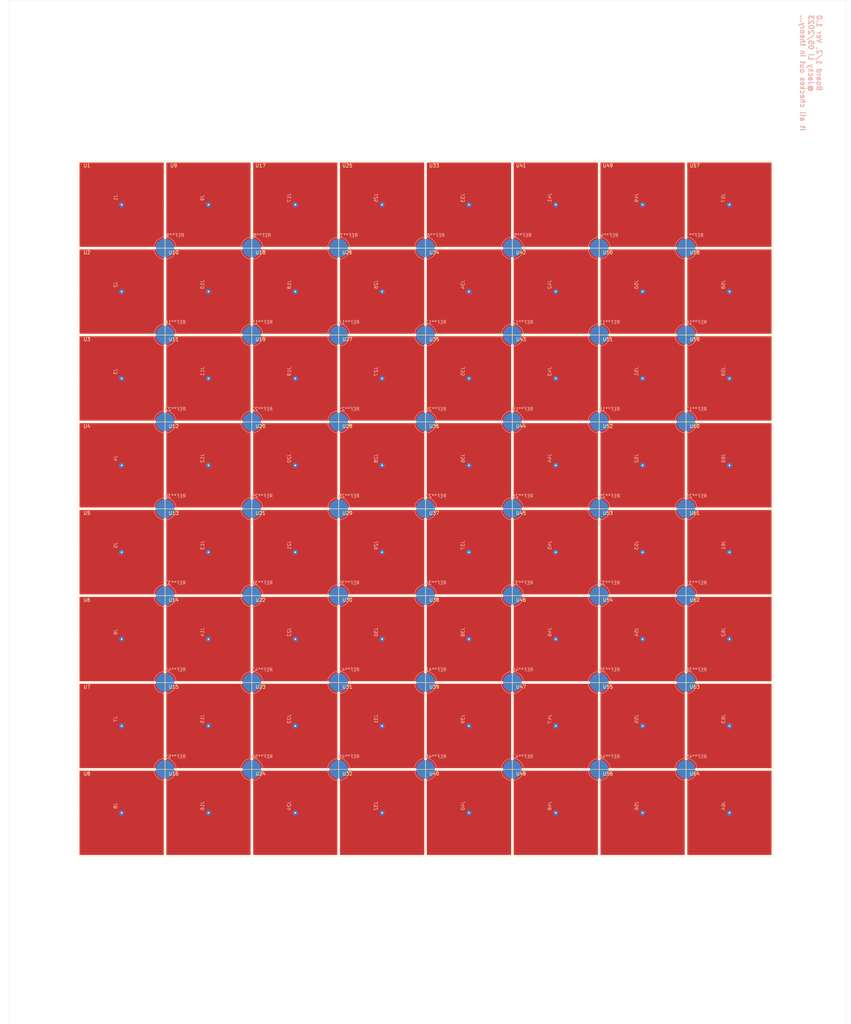
<source format=kicad_pcb>
(kicad_pcb (version 20221018) (generator pcbnew)
  (layers (0 "F.Cu" signal) (31 "B.Cu" signal) (34 "B.Paste" user) (35 "F.Paste" user) (36 "B.SilkS" user "B.Silkscreen") (37 "F.SilkS" user "F.Silkscreen") (38 "B.Mask" user) (39 "F.Mask" user) (44 "Edge.Cuts" user))
  (net 0 "")
  (net 1 "/a1")
  (net 2 "/a2")
  (net 3 "/a3")
  (net 4 "/a4")
  (net 5 "/a5")
  (net 6 "/a6")
  (net 7 "/a7")
  (net 8 "/a8")
  (net 9 "/b1")
  (net 10 "/b2")
  (net 11 "/b3")
  (net 12 "/b4")
  (net 13 "/b5")
  (net 14 "/b6")
  (net 15 "/b7")
  (net 16 "/b8")
  (net 17 "/c1")
  (net 18 "/c2")
  (net 19 "/c3")
  (net 20 "/c4")
  (net 21 "/c5")
  (net 22 "/c6")
  (net 23 "/c7")
  (net 24 "/c8")
  (net 25 "/d1")
  (net 26 "/d2")
  (net 27 "/d3")
  (net 28 "/d4")
  (net 29 "/d5")
  (net 30 "/d6")
  (net 31 "/d7")
  (net 32 "/d8")
  (net 33 "/e1")
  (net 34 "/e2")
  (net 35 "/e3")
  (net 36 "/e4")
  (net 37 "/e5")
  (net 38 "/e6")
  (net 39 "/e7")
  (net 40 "/e8")
  (net 41 "/f1")
  (net 42 "/f2")
  (net 43 "/f3")
  (net 44 "/f4")
  (net 45 "/f5")
  (net 46 "/f6")
  (net 47 "/f7")
  (net 48 "/f8")
  (net 49 "/g1")
  (net 50 "/g2")
  (net 51 "/g3")
  (net 52 "/g4")
  (net 53 "/g5")
  (net 54 "/g6")
  (net 55 "/g7")
  (net 56 "/g8")
  (net 57 "/h1")
  (net 58 "/h2")
  (net 59 "/h3")
  (net 60 "/h4")
  (net 61 "/h5")
  (net 62 "/h6")
  (net 63 "/h7")
  (net 64 "/h8")
  (footprint "AnodePads:anode_square_pad_no_hole" (layer "F.Cu") (at 321.751479 240.5161)
    (fp_text reference "U45" (at -10.16 -11.43) (layer "F.SilkS"))
    (fp_text value "anode_pad")
    (pad "1" connect rect (at 0 0) (size 24.638 24.638) (layers "F.Cu") (net 45 "/f5"))
  )
  (footprint "AnodePads:anode_square_pad_no_hole" (layer "F.Cu") (at 296.351479 138.9161)
    (fp_text reference "U33" (at -10.16 -11.43) (layer "F.SilkS"))
    (fp_text value "anode_pad")
    (pad "1" connect rect (at 0 0) (size 24.638 24.638) (layers "F.Cu") (net 33 "/e1"))
  )
  (footprint "AnodePads:anode_square_pad_no_hole" (layer "F.Cu") (at 321.751479 189.7161)
    (fp_text reference "U43" (at -10.16 -11.43) (layer "F.SilkS"))
    (fp_text value "anode_pad")
    (pad "1" connect rect (at 0 0) (size 24.638 24.638) (layers "F.Cu") (net 43 "/f3"))
  )
  (footprint "AnodePads:anode_square_pad_no_hole" (layer "F.Cu") (at 245.551479 164.3161)
    (fp_text reference "U18" (at -10.16 -11.43) (layer "F.SilkS"))
    (fp_text value "anode_pad")
    (pad "1" connect rect (at 0 0) (size 24.638 24.638) (layers "F.Cu") (net 18 "/c2"))
  )
  (footprint "AnodePads:anode_square_pad_no_hole" (layer "F.Cu") (at 270.951479 316.7161)
    (fp_text reference "U32" (at -10.16 -11.43) (layer "F.SilkS"))
    (fp_text value "anode_pad")
    (pad "1" connect rect (at 0 0) (size 24.638 24.638) (layers "F.Cu") (net 32 "/d8"))
  )
  (footprint "AnodePads:anode_square_pad_no_hole" (layer "F.Cu") (at 347.151479 215.1161)
    (fp_text reference "U52" (at -10.16 -11.43) (layer "F.SilkS"))
    (fp_text value "anode_pad")
    (pad "1" connect rect (at 0 0) (size 24.638 24.638) (layers "F.Cu") (net 52 "/g4"))
  )
  (footprint "AnodePads:anode_square_pad_no_hole" (layer "F.Cu") (at 296.351479 240.5161)
    (fp_text reference "U37" (at -10.16 -11.43) (layer "F.SilkS"))
    (fp_text value "anode_pad")
    (pad "1" connect rect (at 0 0) (size 24.638 24.638) (layers "F.Cu") (net 37 "/e5"))
  )
  (footprint "AnodePads:anode_square_pad_no_hole" (layer "F.Cu") (at 372.551479 138.9161)
    (fp_text reference "U57" (at -10.16 -11.43) (layer "F.SilkS"))
    (fp_text value "anode_pad")
    (pad "1" connect rect (at 0 0) (size 24.638 24.638) (layers "F.Cu") (net 57 "/h1"))
  )
  (footprint "AnodePads:anode_square_pad_no_hole" (layer "F.Cu") (at 194.751479 164.3161)
    (fp_text reference "U2" (at -10.16 -11.43) (layer "F.SilkS"))
    (fp_text value "anode_pad")
    (pad "1" connect rect (at 0 0) (size 24.638 24.638) (layers "F.Cu") (net 2 "/a2"))
  )
  (footprint "AnodePads:anode_square_pad_no_hole" (layer "F.Cu") (at 270.951479 164.3161)
    (fp_text reference "U26" (at -10.16 -11.43) (layer "F.SilkS"))
    (fp_text value "anode_pad")
    (pad "1" connect rect (at 0 0) (size 24.638 24.638) (layers "F.Cu") (net 26 "/d2"))
  )
  (footprint "AnodePads:anode_square_pad_no_hole" (layer "F.Cu") (at 194.751479 240.5161)
    (fp_text reference "U5" (at -10.16 -11.43) (layer "F.SilkS"))
    (fp_text value "anode_pad")
    (pad "1" connect rect (at 0 0) (size 24.638 24.638) (layers "F.Cu") (net 5 "/a5"))
  )
  (footprint "AnodePads:anode_square_pad_no_hole" (layer "F.Cu") (at 347.151479 316.7161)
    (fp_text reference "U56" (at -10.16 -11.43) (layer "F.SilkS"))
    (fp_text value "anode_pad")
    (pad "1" connect rect (at 0 0) (size 24.638 24.638) (layers "F.Cu") (net 56 "/g8"))
  )
  (footprint "AnodePads:anode_square_pad_no_hole" (layer "F.Cu") (at 372.551479 164.3161)
    (fp_text reference "U58" (at -10.16 -11.43) (layer "F.SilkS"))
    (fp_text value "anode_pad")
    (pad "1" connect rect (at 0 0) (size 24.638 24.638) (layers "F.Cu") (net 58 "/h2"))
  )
  (footprint "AnodePads:anode_square_pad_no_hole" (layer "F.Cu") (at 245.551479 291.3161)
    (fp_text reference "U23" (at -10.16 -11.43) (layer "F.SilkS"))
    (fp_text value "anode_pad")
    (pad "1" connect rect (at 0 0) (size 24.638 24.638) (layers "F.Cu") (net 23 "/c7"))
  )
  (footprint "AnodePads:anode_square_pad_no_hole" (layer "F.Cu") (at 296.351479 189.7161)
    (fp_text reference "U35" (at -10.16 -11.43) (layer "F.SilkS"))
    (fp_text value "anode_pad")
    (pad "1" connect rect (at 0 0) (size 24.638 24.638) (layers "F.Cu") (net 35 "/e3"))
  )
  (footprint "AnodePads:anode_square_pad_no_hole" (layer "F.Cu") (at 245.551479 240.5161)
    (fp_text reference "U21" (at -10.16 -11.43) (layer "F.SilkS"))
    (fp_text value "anode_pad")
    (pad "1" connect rect (at 0 0) (size 24.638 24.638) (layers "F.Cu") (net 21 "/c5"))
  )
  (footprint "AnodePads:anode_square_pad_no_hole" (layer "F.Cu") (at 270.951479 189.7161)
    (fp_text reference "U27" (at -10.16 -11.43) (layer "F.SilkS"))
    (fp_text value "anode_pad")
    (pad "1" connect rect (at 0 0) (size 24.638 24.638) (layers "F.Cu") (net 27 "/d3"))
  )
  (footprint "AnodePads:anode_square_pad_no_hole" (layer "F.Cu") (at 321.751479 316.7161)
    (fp_text reference "U48" (at -10.16 -11.43) (layer "F.SilkS"))
    (fp_text value "anode_pad")
    (pad "1" connect rect (at 0 0) (size 24.638 24.638) (layers "F.Cu") (net 48 "/f8"))
  )
  (footprint "AnodePads:anode_square_pad_no_hole" (layer "F.Cu") (at 296.351479 265.9161)
    (fp_text reference "U38" (at -10.16 -11.43) (layer "F.SilkS"))
    (fp_text value "anode_pad")
    (pad "1" connect rect (at 0 0) (size 24.638 24.638) (layers "F.Cu") (net 38 "/e6"))
  )
  (footprint "AnodePads:anode_square_pad_no_hole" (layer "F.Cu") (at 220.151479 291.3161)
    (fp_text reference "U15" (at -10.16 -11.43) (layer "F.SilkS"))
    (fp_text value "anode_pad")
    (pad "1" connect rect (at 0 0) (size 24.638 24.638) (layers "F.Cu") (net 15 "/b7"))
  )
  (footprint "AnodePads:anode_square_pad_no_hole" (layer "F.Cu") (at 321.751479 215.1161)
    (fp_text reference "U44" (at -10.16 -11.43) (layer "F.SilkS"))
    (fp_text value "anode_pad")
    (pad "1" connect rect (at 0 0) (size 24.638 24.638) (layers "F.Cu") (net 44 "/f4"))
  )
  (footprint "AnodePads:anode_square_pad_no_hole" (layer "F.Cu") (at 270.951479 138.9161)
    (fp_text reference "U25" (at -10.16 -11.43) (layer "F.SilkS"))
    (fp_text value "anode_pad")
    (pad "1" connect rect (at 0 0) (size 24.638 24.638) (layers "F.Cu") (net 25 "/d1"))
  )
  (footprint "AnodePads:anode_square_pad_no_hole" (layer "F.Cu") (at 372.551479 189.7161)
    (fp_text reference "U59" (at -10.16 -11.43) (layer "F.SilkS"))
    (fp_text value "anode_pad")
    (pad "1" connect rect (at 0 0) (size 24.638 24.638) (layers "F.Cu") (net 59 "/h3"))
  )
  (footprint "AnodePads:anode_square_pad_no_hole" (layer "F.Cu") (at 372.551479 265.9161)
    (fp_text reference "U62" (at -10.16 -11.43) (layer "F.SilkS"))
    (fp_text value "anode_pad")
    (pad "1" connect rect (at 0 0) (size 24.638 24.638) (layers "F.Cu") (net 62 "/h6"))
  )
  (footprint "AnodePads:anode_square_pad_no_hole" (layer "F.Cu") (at 296.351479 215.1161)
    (fp_text reference "U36" (at -10.16 -11.43) (layer "F.SilkS"))
    (fp_text value "anode_pad")
    (pad "1" connect rect (at 0 0) (size 24.638 24.638) (layers "F.Cu") (net 36 "/e4"))
  )
  (footprint "AnodePads:anode_square_pad_no_hole" (layer "F.Cu") (at 347.151479 138.9161)
    (fp_text reference "U49" (at -10.16 -11.43) (layer "F.SilkS"))
    (fp_text value "anode_pad")
    (pad "1" connect rect (at 0 0) (size 24.638 24.638) (layers "F.Cu") (net 49 "/g1"))
  )
  (footprint "AnodePads:anode_square_pad_no_hole" (layer "F.Cu") (at 372.551479 215.1161)
    (fp_text reference "U60" (at -10.16 -11.43) (layer "F.SilkS"))
    (fp_text value "anode_pad")
    (pad "1" connect rect (at 0 0) (size 24.638 24.638) (layers "F.Cu") (net 60 "/h4"))
  )
  (footprint "AnodePads:anode_square_pad_no_hole" (layer "F.Cu") (at 321.751479 138.9161)
    (fp_text reference "U41" (at -10.16 -11.43) (layer "F.SilkS"))
    (fp_text value "anode_pad")
    (pad "1" connect rect (at 0 0) (size 24.638 24.638) (layers "F.Cu") (net 41 "/f1"))
  )
  (footprint "AnodePads:anode_square_pad_no_hole" (layer "F.Cu") (at 194.751479 215.1161)
    (fp_text reference "U4" (at -10.16 -11.43) (layer "F.SilkS"))
    (fp_text value "anode_pad")
    (pad "1" connect rect (at 0 0) (size 24.638 24.638) (layers "F.Cu") (net 4 "/a4"))
  )
  (footprint "AnodePads:anode_square_pad_no_hole" (layer "F.Cu") (at 372.551479 291.3161)
    (fp_text reference "U63" (at -10.16 -11.43) (layer "F.SilkS"))
    (fp_text value "anode_pad")
    (pad "1" connect rect (at 0 0) (size 24.638 24.638) (layers "F.Cu") (net 63 "/h7"))
  )
  (footprint "AnodePads:anode_square_pad_no_hole" (layer "F.Cu") (at 270.951479 215.1161)
    (fp_text reference "U28" (at -10.16 -11.43) (layer "F.SilkS"))
    (fp_text value "anode_pad")
    (pad "1" connect rect (at 0 0) (size 24.638 24.638) (layers "F.Cu") (net 28 "/d4"))
  )
  (footprint "AnodePads:anode_square_pad_no_hole" (layer "F.Cu") (at 220.151479 215.1161)
    (fp_text reference "U12" (at -10.16 -11.43) (layer "F.SilkS"))
    (fp_text value "anode_pad")
    (pad "1" connect rect (at 0 0) (size 24.638 24.638) (layers "F.Cu") (net 12 "/b4"))
  )
  (footprint "AnodePads:anode_square_pad_no_hole" (layer "F.Cu") (at 270.951479 240.5161)
    (fp_text reference "U29" (at -10.16 -11.43) (layer "F.SilkS"))
    (fp_text value "anode_pad")
    (pad "1" connect rect (at 0 0) (size 24.638 24.638) (layers "F.Cu") (net 29 "/d5"))
  )
  (footprint "AnodePads:anode_square_pad_no_hole" (layer "F.Cu") (at 321.751479 164.3161)
    (fp_text reference "U42" (at -10.16 -11.43) (layer "F.SilkS"))
    (fp_text value "anode_pad")
    (pad "1" connect rect (at 0 0) (size 24.638 24.638) (layers "F.Cu") (net 42 "/f2"))
  )
  (footprint "AnodePads:anode_square_pad_no_hole" (layer "F.Cu") (at 245.551479 316.7161)
    (fp_text reference "U24" (at -10.16 -11.43) (layer "F.SilkS"))
    (fp_text value "anode_pad")
    (pad "1" connect rect (at 0 0) (size 24.638 24.638) (layers "F.Cu") (net 24 "/c8"))
  )
  (footprint "AnodePads:anode_square_pad_no_hole" (layer "F.Cu") (at 220.151479 265.9161)
    (fp_text reference "U14" (at -10.16 -11.43) (layer "F.SilkS"))
    (fp_text value "anode_pad")
    (pad "1" connect rect (at 0 0) (size 24.638 24.638) (layers "F.Cu") (net 14 "/b6"))
  )
  (footprint "AnodePads:anode_square_pad_no_hole" (layer "F.Cu") (at 372.551479 316.7161)
    (fp_text reference "U64" (at -10.16 -11.43) (layer "F.SilkS"))
    (fp_text value "anode_pad")
    (pad "1" connect rect (at 0 0) (size 24.638 24.638) (layers "F.Cu") (net 64 "/h8"))
  )
  (footprint "AnodePads:anode_square_pad_no_hole" (layer "F.Cu") (at 270.951479 291.3161)
    (fp_text reference "U31" (at -10.16 -11.43) (layer "F.SilkS"))
    (fp_text value "anode_pad")
    (pad "1" connect rect (at 0 0) (size 24.638 24.638) (layers "F.Cu") (net 31 "/d7"))
  )
  (footprint "AnodePads:anode_square_pad_no_hole" (layer "F.Cu") (at 245.551479 215.1161)
    (fp_text reference "U20" (at -10.16 -11.43) (layer "F.SilkS"))
    (fp_text value "anode_pad")
    (pad "1" connect rect (at 0 0) (size 24.638 24.638) (layers "F.Cu") (net 20 "/c4"))
  )
  (footprint "AnodePads:anode_square_pad_no_hole" (layer "F.Cu") (at 347.151479 291.3161)
    (fp_text reference "U55" (at -10.16 -11.43) (layer "F.SilkS"))
    (fp_text value "anode_pad")
    (pad "1" connect rect (at 0 0) (size 24.638 24.638) (layers "F.Cu") (net 55 "/g7"))
  )
  (footprint "AnodePads:anode_square_pad_no_hole" (layer "F.Cu") (at 220.151479 138.9161)
    (fp_text reference "U9" (at -10.16 -11.43) (layer "F.SilkS"))
    (fp_text value "anode_pad")
    (pad "1" connect rect (at 0 0) (size 24.638 24.638) (layers "F.Cu") (net 9 "/b1"))
  )
  (footprint "AnodePads:anode_square_pad_no_hole" (layer "F.Cu") (at 321.751479 265.9161)
    (fp_text reference "U46" (at -10.16 -11.43) (layer "F.SilkS"))
    (fp_text value "anode_pad")
    (pad "1" connect rect (at 0 0) (size 24.638 24.638) (layers "F.Cu") (net 46 "/f6"))
  )
  (footprint "AnodePads:anode_square_pad_no_hole" (layer "F.Cu") (at 347.151479 265.9161)
    (fp_text reference "U54" (at -10.16 -11.43) (layer "F.SilkS"))
    (fp_text value "anode_pad")
    (pad "1" connect rect (at 0 0) (size 24.638 24.638) (layers "F.Cu") (net 54 "/g6"))
  )
  (footprint "AnodePads:anode_square_pad_no_hole" (layer "F.Cu") (at 194.751479 138.9161)
    (fp_text reference "U1" (at -10.16 -11.43) (layer "F.SilkS"))
    (fp_text value "anode_pad")
    (pad "1" connect rect (at 0 0) (size 24.638 24.638) (layers "F.Cu") (net 1 "/a1"))
  )
  (footprint "AnodePads:anode_square_pad_no_hole" (layer "F.Cu") (at 194.751479 265.9161)
    (fp_text reference "U6" (at -10.16 -11.43) (layer "F.SilkS"))
    (fp_text value "anode_pad")
    (pad "1" connect rect (at 0 0) (size 24.638 24.638) (layers "F.Cu") (net 6 "/a6"))
  )
  (footprint "AnodePads:anode_square_pad_no_hole" (layer "F.Cu") (at 296.351479 291.3161)
    (fp_text reference "U39" (at -10.16 -11.43) (layer "F.SilkS"))
    (fp_text value "anode_pad")
    (pad "1" connect rect (at 0 0) (size 24.638 24.638) (layers "F.Cu") (net 39 "/e7"))
  )
  (footprint "AnodePads:anode_square_pad_no_hole" (layer "F.Cu") (at 220.151479 189.7161)
    (fp_text reference "U11" (at -10.16 -11.43) (layer "F.SilkS"))
    (fp_text value "anode_pad")
    (pad "1" connect rect (at 0 0) (size 24.638 24.638) (layers "F.Cu") (net 11 "/b3"))
  )
  (footprint "AnodePads:anode_square_pad_no_hole" (layer "F.Cu") (at 321.751479 291.3161)
    (fp_text reference "U47" (at -10.16 -11.43) (layer "F.SilkS"))
    (fp_text value "anode_pad")
    (pad "1" connect rect (at 0 0) (size 24.638 24.638) (layers "F.Cu") (net 47 "/f7"))
  )
  (footprint "AnodePads:anode_square_pad_no_hole" (layer "F.Cu") (at 220.151479 316.7161)
    (fp_text reference "U16" (at -10.16 -11.43) (layer "F.SilkS"))
    (fp_text value "anode_pad")
    (pad "1" connect rect (at 0 0) (size 24.638 24.638) (layers "F.Cu") (net 16 "/b8"))
  )
  (footprint "AnodePads:anode_square_pad_no_hole" (layer "F.Cu") (at 270.951479 265.9161)
    (fp_text reference "U30" (at -10.16 -11.43) (layer "F.SilkS"))
    (fp_text value "anode_pad")
    (pad "1" connect rect (at 0 0) (size 24.638 24.638) (layers "F.Cu") (net 30 "/d6"))
  )
  (footprint "AnodePads:anode_square_pad_no_hole" (layer "F.Cu") (at 347.151479 189.7161)
    (fp_text reference "U51" (at -10.16 -11.43) (layer "F.SilkS"))
    (fp_text value "anode_pad")
    (pad "1" connect rect (at 0 0) (size 24.638 24.638) (layers "F.Cu") (net 51 "/g3"))
  )
  (footprint "AnodePads:anode_square_pad_no_hole" (layer "F.Cu") (at 372.551479 240.5161)
    (fp_text reference "U61" (at -10.16 -11.43) (layer "F.SilkS"))
    (fp_text value "anode_pad")
    (pad "1" connect rect (at 0 0) (size 24.638 24.638) (layers "F.Cu") (net 61 "/h5"))
  )
  (footprint "AnodePads:anode_square_pad_no_hole" (layer "F.Cu") (at 347.151479 164.3161)
    (fp_text reference "U50" (at -10.16 -11.43) (layer "F.SilkS"))
    (fp_text value "anode_pad")
    (pad "1" connect rect (at 0 0) (size 24.638 24.638) (layers "F.Cu") (net 50 "/g2"))
  )
  (footprint "AnodePads:anode_square_pad_no_hole" (layer "F.Cu") (at 194.751479 316.7161)
    (fp_text reference "U8" (at -10.16 -11.43) (layer "F.SilkS"))
    (fp_text value "anode_pad")
    (pad "1" connect rect (at 0 0) (size 24.638 24.638) (layers "F.Cu") (net 8 "/a8"))
  )
  (footprint "AnodePads:anode_square_pad_no_hole" (layer "F.Cu") (at 245.551479 265.9161)
    (fp_text reference "U22" (at -10.16 -11.43) (layer "F.SilkS"))
    (fp_text value "anode_pad")
    (pad "1" connect rect (at 0 0) (size 24.638 24.638) (layers "F.Cu") (net 22 "/c6"))
  )
  (footprint "AnodePads:anode_square_pad_no_hole" (layer "F.Cu") (at 194.751479 189.7161)
    (fp_text reference "U3" (at -10.16 -11.43) (layer "F.SilkS"))
    (fp_text value "anode_pad")
    (pad "1" connect rect (at 0 0) (size 24.638 24.638) (layers "F.Cu") (net 3 "/a3"))
  )
  (footprint "AnodePads:anode_square_pad_no_hole" (layer "F.Cu") (at 220.151479 164.3161)
    (fp_text reference "U10" (at -10.16 -11.43) (layer "F.SilkS"))
    (fp_text value "anode_pad")
    (pad "1" connect rect (at 0 0) (size 24.638 24.638) (layers "F.Cu") (net 10 "/b2"))
  )
  (footprint "AnodePads:anode_square_pad_no_hole" (layer "F.Cu") (at 296.351479 316.7161)
    (fp_text reference "U40" (at -10.16 -11.43) (layer "F.SilkS"))
    (fp_text value "anode_pad")
    (pad "1" connect rect (at 0 0) (size 24.638 24.638) (layers "F.Cu") (net 40 "/e8"))
  )
  (footprint "AnodePads:anode_square_pad_no_hole" (layer "F.Cu") (at 220.151479 240.5161)
    (fp_text reference "U13" (at -10.16 -11.43) (layer "F.SilkS"))
    (fp_text value "anode_pad")
    (pad "1" connect rect (at 0 0) (size 24.638 24.638) (layers "F.Cu") (net 13 "/b5"))
  )
  (footprint "AnodePads:anode_square_pad_no_hole" (layer "F.Cu") (at 245.551479 138.9161)
    (fp_text reference "U17" (at -10.16 -11.43) (layer "F.SilkS"))
    (fp_text value "anode_pad")
    (pad "1" connect rect (at 0 0) (size 24.638 24.638) (layers "F.Cu") (net 17 "/c1"))
  )
  (footprint "AnodePads:anode_square_pad_no_hole" (layer "F.Cu") (at 347.151479 240.5161)
    (fp_text reference "U53" (at -10.16 -11.43) (layer "F.SilkS"))
    (fp_text value "anode_pad")
    (pad "1" connect rect (at 0 0) (size 24.638 24.638) (layers "F.Cu") (net 53 "/g5"))
  )
  (footprint "AnodePads:anode_square_pad_no_hole" (layer "F.Cu") (at 194.751479 291.3161)
    (fp_text reference "U7" (at -10.16 -11.43) (layer "F.SilkS"))
    (fp_text value "anode_pad")
    (pad "1" connect rect (at 0 0) (size 24.638 24.638) (layers "F.Cu") (net 7 "/a7"))
  )
  (footprint "AnodePads:anode_square_pad_no_hole" (layer "F.Cu") (at 296.351479 164.3161)
    (fp_text reference "U34" (at -10.16 -11.43) (layer "F.SilkS"))
    (fp_text value "anode_pad")
    (pad "1" connect rect (at 0 0) (size 24.638 24.638) (layers "F.Cu") (net 34 "/e2"))
  )
  (footprint "AnodePads:anode_square_pad_no_hole" (layer "F.Cu") (at 245.551479 189.7161)
    (fp_text reference "U19" (at -10.16 -11.43) (layer "F.SilkS"))
    (fp_text value "anode_pad")
    (pad "1" connect rect (at 0 0) (size 24.638 24.638) (layers "F.Cu") (net 19 "/c3"))
  )
  (footprint "AnodePads:Standoff_mount_5.5D" (layer "B.Cu") (at 207.451479 202.4161 180)
    (fp_text reference "REF**23" (at -3 3.75 unlocked) (layer "B.SilkS") (effects (justify mirror)))
    (fp_text value "Standoff_mount_5.5D")
    (pad "1" smd circle (at 0 0 180) (size 5.5 5.5) (layers "B.Cu" "B.Paste" "B.Mask"))
  )
  (footprint "AnodePads:Standoff_mount_5.5D" (layer "B.Cu") (at 359.851479 304.0161 180)
    (fp_text reference "REF**45" (at -3 3.75 unlocked) (layer "B.SilkS") (effects (justify mirror)))
    (fp_text value "Standoff_mount_5.5D")
    (pad "1" smd circle (at 0 0 180) (size 5.5 5.5) (layers "B.Cu" "B.Paste" "B.Mask"))
  )
  (footprint "AnodePads:Standoff_mount_5.5D" (layer "B.Cu") (at 258.251479 202.4161 180)
    (fp_text reference "REF**21" (at -3 3.75 unlocked) (layer "B.SilkS") (effects (justify mirror)))
    (fp_text value "Standoff_mount_5.5D")
    (pad "1" smd circle (at 0 0 180) (size 5.5 5.5) (layers "B.Cu" "B.Paste" "B.Mask"))
  )
  (footprint "AnodePads:PogoPinWithTail" (layer "B.Cu") (at 270.951479 189.7161 -90)
    (fp_text reference "J27" (at -2.032 1.778 90 unlocked) (layer "B.SilkS") (effects (justify mirror)))
    (fp_text value "Conn_01x01_Pin")
    (pad "1" thru_hole circle (at 0 0 270) (size 0.85 0.85) (drill 0.45) (layers "*.Cu") (net 27 "/d3"))
    (pad "1" smd circle (at 0 0 270) (size 1.5 1.5) (layers "B.Cu" "B.Paste" "B.Mask") (net 27 "/d3"))
  )
  (footprint "AnodePads:PogoPinWithTail" (layer "B.Cu") (at 321.751479 291.3161 -90)
    (fp_text reference "J47" (at -2.032 1.778 90 unlocked) (layer "B.SilkS") (effects (justify mirror)))
    (fp_text value "Conn_01x01_Pin")
    (pad "1" thru_hole circle (at 0 0 270) (size 0.85 0.85) (drill 0.45) (layers "*.Cu") (net 47 "/f7"))
    (pad "1" smd circle (at 0 0 270) (size 1.5 1.5) (layers "B.Cu" "B.Paste" "B.Mask") (net 47 "/f7"))
  )
  (footprint "AnodePads:Standoff_mount_5.5D" (layer "B.Cu") (at 283.651479 253.2161 180)
    (fp_text reference "REF**34" (at -3 3.75 unlocked) (layer "B.SilkS") (effects (justify mirror)))
    (fp_text value "Standoff_mount_5.5D")
    (pad "1" smd circle (at 0 0 180) (size 5.5 5.5) (layers "B.Cu" "B.Paste" "B.Mask"))
  )
  (footprint "AnodePads:Standoff_mount_5.5D" (layer "B.Cu") (at 283.651479 304.0161 180)
    (fp_text reference "REF**48" (at -3 3.75 unlocked) (layer "B.SilkS") (effects (justify mirror)))
    (fp_text value "Standoff_mount_5.5D")
    (pad "1" smd circle (at 0 0 180) (size 5.5 5.5) (layers "B.Cu" "B.Paste" "B.Mask"))
  )
  (footprint "" (layer "B.Cu") (at 325.134558 107.79325 180)
    (fp_text reference "" (at 0 0) (layer "B.SilkS") (effects (font (size 1.27 1.27)) (justify mirror)))
    (fp_text value "" (at 0 0) (layer "B.SilkS") (effects (font (size 1.27 1.27)) (justify mirror)))
    (pad "" np_thru_hole circle (at 0 0 180) (size 2.5 2.5) (drill 2.5) (layers "*.Cu" "*.Mask"))
  )
  (footprint "AnodePads:PogoPinWithTail" (layer "B.Cu") (at 220.151479 164.3161 -90)
    (fp_text reference "J10" (at -2.032 1.778 90 unlocked) (layer "B.SilkS") (effects (justify mirror)))
    (fp_text value "Conn_01x01_Pin")
    (pad "1" thru_hole circle (at 0 0 270) (size 0.85 0.85) (drill 0.45) (layers "*.Cu") (net 10 "/b2"))
    (pad "1" smd circle (at 0 0 270) (size 1.5 1.5) (layers "B.Cu" "B.Paste" "B.Mask") (net 10 "/b2"))
  )
  (footprint "AnodePads:PogoPinWithTail" (layer "B.Cu") (at 321.751479 138.9161 -90)
    (fp_text reference "J41" (at -2.032 1.778 90 unlocked) (layer "B.SilkS") (effects (justify mirror)))
    (fp_text value "Conn_01x01_Pin")
    (pad "1" thru_hole circle (at 0 0 270) (size 0.85 0.85) (drill 0.45) (layers "*.Cu") (net 41 "/f1"))
    (pad "1" smd circle (at 0 0 270) (size 1.5 1.5) (layers "B.Cu" "B.Paste" "B.Mask") (net 41 "/f1"))
  )
  (footprint "MountingHole:MountingHole_2.2mm_M2" (layer "B.Cu") (at 168.651479 337.8161 180)
    (fp_text reference "REF**2" hide)
    (fp_text value "MountingHole_2.2mm_M2")
    (pad "" np_thru_hole circle (at 0 0 180) (size 5 5) (drill 5) (layers "*.Cu" "*.Mask"))
  )
  (footprint "AnodePads:PogoPinWithTail" (layer "B.Cu") (at 220.151479 291.3161 -90)
    (fp_text reference "J15" (at -2.032 1.778 90 unlocked) (layer "B.SilkS") (effects (justify mirror)))
    (fp_text value "Conn_01x01_Pin")
    (pad "1" thru_hole circle (at 0 0 270) (size 0.85 0.85) (drill 0.45) (layers "*.Cu") (net 15 "/b7"))
    (pad "1" smd circle (at 0 0 270) (size 1.5 1.5) (layers "B.Cu" "B.Paste" "B.Mask") (net 15 "/b7"))
  )
  (footprint "AnodePads:PogoPinWithTail" (layer "B.Cu") (at 194.751479 215.1161 -90)
    (fp_text reference "J4" (at -2.032 1.778 90 unlocked) (layer "B.SilkS") (effects (justify mirror)))
    (fp_text value "Conn_01x01_Pin")
    (pad "1" thru_hole circle (at 0 0 270) (size 0.85 0.85) (drill 0.45) (layers "*.Cu") (net 4 "/a4"))
    (pad "1" smd circle (at 0 0 270) (size 1.5 1.5) (layers "B.Cu" "B.Paste" "B.Mask") (net 4 "/a4"))
  )
  (footprint "AnodePads:PogoPinWithTail" (layer "B.Cu") (at 296.351479 265.9161 -90)
    (fp_text reference "J38" (at -2.032 1.778 90 unlocked) (layer "B.SilkS") (effects (justify mirror)))
    (fp_text value "Conn_01x01_Pin")
    (pad "1" thru_hole circle (at 0 0 270) (size 0.85 0.85) (drill 0.45) (layers "*.Cu") (net 38 "/e6"))
    (pad "1" smd circle (at 0 0 270) (size 1.5 1.5) (layers "B.Cu" "B.Paste" "B.Mask") (net 38 "/e6"))
  )
  (footprint "AnodePads:PogoPinWithTail" (layer "B.Cu") (at 270.951479 215.1161 -90)
    (fp_text reference "J28" (at -2.032 1.778 90 unlocked) (layer "B.SilkS") (effects (justify mirror)))
    (fp_text value "Conn_01x01_Pin")
    (pad "1" thru_hole circle (at 0 0 270) (size 0.85 0.85) (drill 0.45) (layers "*.Cu") (net 28 "/d4"))
    (pad "1" smd circle (at 0 0 270) (size 1.5 1.5) (layers "B.Cu" "B.Paste" "B.Mask") (net 28 "/d4"))
  )
  (footprint "" (layer "B.Cu") (at 304.408158 107.79325 180)
    (fp_text reference "" (at 0 0) (layer "B.SilkS") (effects (font (size 1.27 1.27)) (justify mirror)))
    (fp_text value "" (at 0 0) (layer "B.SilkS") (effects (font (size 1.27 1.27)) (justify mirror)))
    (pad "" np_thru_hole circle (at 0 0 180) (size 2.5 2.5) (drill 2.5) (layers "*.Cu" "*.Mask"))
  )
  (footprint "AnodePads:Standoff_mount_5.5D" (layer "B.Cu") (at 283.651479 227.8161 180)
    (fp_text reference "REF**27" (at -3 3.75 unlocked) (layer "B.SilkS") (effects (justify mirror)))
    (fp_text value "Standoff_mount_5.5D")
    (pad "1" smd circle (at 0 0 180) (size 5.5 5.5) (layers "B.Cu" "B.Paste" "B.Mask"))
  )
  (footprint "AnodePads:Standoff_mount_5.5D" (layer "B.Cu") (at 258.251479 253.2161 180)
    (fp_text reference "REF**35" (at -3 3.75 unlocked) (layer "B.SilkS") (effects (justify mirror)))
    (fp_text value "Standoff_mount_5.5D")
    (pad "1" smd circle (at 0 0 180) (size 5.5 5.5) (layers "B.Cu" "B.Paste" "B.Mask"))
  )
  (footprint "AnodePads:Standoff_mount_5.5D" (layer "B.Cu") (at 309.051479 202.4161 180)
    (fp_text reference "REF**19" (at -3 3.75 unlocked) (layer "B.SilkS") (effects (justify mirror)))
    (fp_text value "Standoff_mount_5.5D")
    (pad "1" smd circle (at 0 0 180) (size 5.5 5.5) (layers "B.Cu" "B.Paste" "B.Mask"))
  )
  (footprint "" (layer "B.Cu") (at 398.692958 282.85005 180)
    (fp_text reference "" (at 0 0) (layer "B.SilkS") (effects (font (size 1.27 1.27)) (justify mirror)))
    (fp_text value "" (at 0 0) (layer "B.SilkS") (effects (font (size 1.27 1.27)) (justify mirror)))
    (pad "" np_thru_hole circle (at 0 0 180) (size 5 5) (drill 5) (layers "*.Cu" "*.Mask"))
  )
  (footprint "AnodePads:PogoPinWithTail" (layer "B.Cu") (at 245.551479 265.9161 -90)
    (fp_text reference "J22" (at -2.032 1.778 90 unlocked) (layer "B.SilkS") (effects (justify mirror)))
    (fp_text value "Conn_01x01_Pin")
    (pad "1" thru_hole circle (at 0 0 270) (size 0.85 0.85) (drill 0.45) (layers "*.Cu") (net 22 "/c6"))
    (pad "1" smd circle (at 0 0 270) (size 1.5 1.5) (layers "B.Cu" "B.Paste" "B.Mask") (net 22 "/c6"))
  )
  (footprint "AnodePads:PogoPinWithTail" (layer "B.Cu") (at 321.751479 240.5161 -90)
    (fp_text reference "J45" (at -2.032 1.778 90 unlocked) (layer "B.SilkS") (effects (justify mirror)))
    (fp_text value "Conn_01x01_Pin")
    (pad "1" thru_hole circle (at 0 0 270) (size 0.85 0.85) (drill 0.45) (layers "*.Cu") (net 45 "/f5"))
    (pad "1" smd circle (at 0 0 270) (size 1.5 1.5) (layers "B.Cu" "B.Paste" "B.Mask") (net 45 "/f5"))
  )
  (footprint "" (layer "B.Cu") (at 345.860958 107.79325 180)
    (fp_text reference "" (at 0 0) (layer "B.SilkS") (effects (font (size 1.27 1.27)) (justify mirror)))
    (fp_text value "" (at 0 0) (layer "B.SilkS") (effects (font (size 1.27 1.27)) (justify mirror)))
    (pad "" np_thru_hole circle (at 0 0 180) (size 2.5 2.5) (drill 2.5) (layers "*.Cu" "*.Mask"))
  )
  (footprint "AnodePads:PogoPinWithTail" (layer "B.Cu") (at 220.151479 215.1161 -90)
    (fp_text reference "J12" (at -2.032 1.778 90 unlocked) (layer "B.SilkS") (effects (justify mirror)))
    (fp_text value "Conn_01x01_Pin")
    (pad "1" thru_hole circle (at 0 0 270) (size 0.85 0.85) (drill 0.45) (layers "*.Cu") (net 12 "/b4"))
    (pad "1" smd circle (at 0 0 270) (size 1.5 1.5) (layers "B.Cu" "B.Paste" "B.Mask") (net 12 "/b4"))
  )
  (footprint "AnodePads:Standoff_mount_5.5D" (layer "B.Cu") (at 258.251479 151.6161 180)
    (fp_text reference "REF**7" (at -3 3.75 unlocked) (layer "B.SilkS") (effects (justify mirror)))
    (fp_text value "Standoff_mount_5.5D")
    (pad "1" smd circle (at 0 0 180) (size 5.5 5.5) (layers "B.Cu" "B.Paste" "B.Mask"))
  )
  (footprint "AnodePads:PogoPinWithTail" (layer "B.Cu") (at 270.951479 138.9161 -90)
    (fp_text reference "J25" (at -2.032 1.778 90 unlocked) (layer "B.SilkS") (effects (justify mirror)))
    (fp_text value "Conn_01x01_Pin")
    (pad "1" thru_hole circle (at 0 0 270) (size 0.85 0.85) (drill 0.45) (layers "*.Cu") (net 25 "/d1"))
    (pad "1" smd circle (at 0 0 270) (size 1.5 1.5) (layers "B.Cu" "B.Paste" "B.Mask") (net 25 "/d1"))
  )
  (footprint "AnodePads:Standoff_mount_5.5D" (layer "B.Cu") (at 232.851479 202.4161 180)
    (fp_text reference "REF**22" (at -3 3.75 unlocked) (layer "B.SilkS") (effects (justify mirror)))
    (fp_text value "Standoff_mount_5.5D")
    (pad "1" smd circle (at 0 0 180) (size 5.5 5.5) (layers "B.Cu" "B.Paste" "B.Mask"))
  )
  (footprint "AnodePads:Standoff_mount_5.5D" (layer "B.Cu") (at 258.251479 304.0161 180)
    (fp_text reference "REF**49" (at -3 3.75 unlocked) (layer "B.SilkS") (effects (justify mirror)))
    (fp_text value "Standoff_mount_5.5D")
    (pad "1" smd circle (at 0 0 180) (size 5.5 5.5) (layers "B.Cu" "B.Paste" "B.Mask"))
  )
  (footprint "AnodePads:PogoPinWithTail" (layer "B.Cu") (at 245.551479 291.3161 -90)
    (fp_text reference "J23" (at -2.032 1.778 90 unlocked) (layer "B.SilkS") (effects (justify mirror)))
    (fp_text value "Conn_01x01_Pin")
    (pad "1" thru_hole circle (at 0 0 270) (size 0.85 0.85) (drill 0.45) (layers "*.Cu") (net 23 "/c7"))
    (pad "1" smd circle (at 0 0 270) (size 1.5 1.5) (layers "B.Cu" "B.Paste" "B.Mask") (net 23 "/c7"))
  )
  (footprint "" (layer "B.Cu") (at 283.681758 347.82325 180)
    (fp_text reference "" (at 0 0) (layer "B.SilkS") (effects (font (size 1.27 1.27)) (justify mirror)))
    (fp_text value "" (at 0 0) (layer "B.SilkS") (effects (font (size 1.27 1.27)) (justify mirror)))
    (pad "" np_thru_hole circle (at 0 0 180) (size 2.5 2.5) (drill 2.5) (layers "*.Cu" "*.Mask"))
  )
  (footprint "AnodePads:Standoff_mount_5.5D" (layer "B.Cu") (at 359.851479 151.6161 180)
    (fp_text reference "REF**" (at -3 3.75 unlocked) (layer "B.SilkS") (effects (justify mirror)))
    (fp_text value "Standoff_mount_5.5D")
    (pad "1" smd circle (at 0 0 180) (size 5.5 5.5) (layers "B.Cu" "B.Paste" "B.Mask"))
  )
  (footprint "AnodePads:PogoPinWithTail" (layer "B.Cu") (at 270.951479 240.5161 -90)
    (fp_text reference "J29" (at -2.032 1.778 90 unlocked) (layer "B.SilkS") (effects (justify mirror)))
    (fp_text value "Conn_01x01_Pin")
    (pad "1" thru_hole circle (at 0 0 270) (size 0.85 0.85) (drill 0.45) (layers "*.Cu") (net 29 "/d5"))
    (pad "1" smd circle (at 0 0 270) (size 1.5 1.5) (layers "B.Cu" "B.Paste" "B.Mask") (net 29 "/d5"))
  )
  (footprint "AnodePads:PogoPinWithTail" (layer "B.Cu") (at 372.551479 138.9161 -90)
    (fp_text reference "J57" (at -2.032 1.778 90 unlocked) (layer "B.SilkS") (effects (justify mirror)))
    (fp_text value "Conn_01x01_Pin")
    (pad "1" thru_hole circle (at 0 0 270) (size 0.85 0.85) (drill 0.45) (layers "*.Cu") (net 57 "/h1"))
    (pad "1" smd circle (at 0 0 270) (size 1.5 1.5) (layers "B.Cu" "B.Paste" "B.Mask") (net 57 "/h1"))
  )
  (footprint "AnodePads:Standoff_mount_5.5D" (layer "B.Cu") (at 207.451479 304.0161 180)
    (fp_text reference "REF**51" (at -3 3.75 unlocked) (layer "B.SilkS") (effects (justify mirror)))
    (fp_text value "Standoff_mount_5.5D")
    (pad "1" smd circle (at 0 0 180) (size 5.5 5.5) (layers "B.Cu" "B.Paste" "B.Mask"))
  )
  (footprint "AnodePads:PogoPinWithTail" (layer "B.Cu") (at 220.151479 265.9161 -90)
    (fp_text reference "J14" (at -2.032 1.778 90 unlocked) (layer "B.SilkS") (effects (justify mirror)))
    (fp_text value "Conn_01x01_Pin")
    (pad "1" thru_hole circle (at 0 0 270) (size 0.85 0.85) (drill 0.45) (layers "*.Cu") (net 14 "/b6"))
    (pad "1" smd circle (at 0 0 270) (size 1.5 1.5) (layers "B.Cu" "B.Paste" "B.Mask") (net 14 "/b6"))
  )
  (footprint "AnodePads:Standoff_mount_5.5D" (layer "B.Cu") (at 359.851479 202.4161 180)
    (fp_text reference "REF**17" (at -3 3.75 unlocked) (layer "B.SilkS") (effects (justify mirror)))
    (fp_text value "Standoff_mount_5.5D")
    (pad "1" smd circle (at 0 0 180) (size 5.5 5.5) (layers "B.Cu" "B.Paste" "B.Mask"))
  )
  (footprint "" (layer "B.Cu") (at 221.502558 347.82325 180)
    (fp_text reference "" (at 0 0) (layer "B.SilkS") (effects (font (size 1.27 1.27)) (justify mirror)))
    (fp_text value "" (at 0 0) (layer "B.SilkS") (effects (font (size 1.27 1.27)) (justify mirror)))
    (pad "" np_thru_hole circle (at 0 0 180) (size 2.5 2.5) (drill 2.5) (layers "*.Cu" "*.Mask"))
  )
  (footprint "AnodePads:PogoPinWithTail" (layer "B.Cu") (at 245.551479 316.7161 -90)
    (fp_text reference "J24" (at -2.032 1.778 90 unlocked) (layer "B.SilkS") (effects (justify mirror)))
    (fp_text value "Conn_01x01_Pin")
    (pad "1" thru_hole circle (at 0 0 270) (size 0.85 0.85) (drill 0.45) (layers "*.Cu") (net 24 "/c8"))
    (pad "1" smd circle (at 0 0 270) (size 1.5 1.5) (layers "B.Cu" "B.Paste" "B.Mask") (net 24 "/c8"))
  )
  (footprint "AnodePads:Standoff_mount_5.5D" (layer "B.Cu") (at 207.451479 151.6161 180)
    (fp_text reference "REF**9" (at -3 3.75 unlocked) (layer "B.SilkS") (effects (justify mirror)))
    (fp_text value "Standoff_mount_5.5D")
    (pad "1" smd circle (at 0 0 180) (size 5.5 5.5) (layers "B.Cu" "B.Paste" "B.Mask"))
  )
  (footprint "AnodePads:PogoPinWithTail" (layer "B.Cu") (at 347.151479 164.3161 -90)
    (fp_text reference "J50" (at -2.032 1.778 90 unlocked) (layer "B.SilkS") (effects (justify mirror)))
    (fp_text value "Conn_01x01_Pin")
    (pad "1" thru_hole circle (at 0 0 270) (size 0.85 0.85) (drill 0.45) (layers "*.Cu") (net 50 "/g2"))
    (pad "1" smd circle (at 0 0 270) (size 1.5 1.5) (layers "B.Cu" "B.Paste" "B.Mask") (net 50 "/g2"))
  )
  (footprint "" (layer "B.Cu") (at 345.860958 347.82325 180)
    (fp_text reference "" (at 0 0) (layer "B.SilkS") (effects (font (size 1.27 1.27)) (justify mirror)))
    (fp_text value "" (at 0 0) (layer "B.SilkS") (effects (font (size 1.27 1.27)) (justify mirror)))
    (pad "" np_thru_hole circle (at 0 0 180) (size 2.5 2.5) (drill 2.5) (layers "*.Cu" "*.Mask"))
  )
  (footprint "AnodePads:PogoPinWithTail" (layer "B.Cu") (at 296.351479 164.3161 -90)
    (fp_text reference "J34" (at -2.032 1.778 90 unlocked) (layer "B.SilkS") (effects (justify mirror)))
    (fp_text value "Conn_01x01_Pin")
    (pad "1" thru_hole circle (at 0 0 270) (size 0.85 0.85) (drill 0.45) (layers "*.Cu") (net 34 "/e2"))
    (pad "1" smd circle (at 0 0 270) (size 1.5 1.5) (layers "B.Cu" "B.Paste" "B.Mask") (net 34 "/e2"))
  )
  (footprint "AnodePads:Standoff_mount_5.5D" (layer "B.Cu") (at 258.251479 177.0161 180)
    (fp_text reference "REF**14" (at -3 3.75 unlocked) (layer "B.SilkS") (effects (justify mirror)))
    (fp_text value "Standoff_mount_5.5D")
    (pad "1" smd circle (at 0 0 180) (size 5.5 5.5) (layers "B.Cu" "B.Paste" "B.Mask"))
  )
  (footprint "AnodePads:PogoPinWithTail" (layer "B.Cu") (at 245.551479 138.9161 -90)
    (fp_text reference "J17" (at -2.032 1.778 90 unlocked) (layer "B.SilkS") (effects (justify mirror)))
    (fp_text value "Conn_01x01_Pin")
    (pad "1" thru_hole circle (at 0 0 270) (size 0.85 0.85) (drill 0.45) (layers "*.Cu") (net 17 "/c1"))
    (pad "1" smd circle (at 0 0 270) (size 1.5 1.5) (layers "B.Cu" "B.Paste" "B.Mask") (net 17 "/c1"))
  )
  (footprint "AnodePads:Standoff_mount_5.5D" (layer "B.Cu") (at 283.651479 151.6161 180)
    (fp_text reference "REF**6" (at -3 3.75 unlocked) (layer "B.SilkS") (effects (justify mirror)))
    (fp_text value "Standoff_mount_5.5D")
    (pad "1" smd circle (at 0 0 180) (size 5.5 5.5) (layers "B.Cu" "B.Paste" "B.Mask"))
  )
  (footprint "AnodePads:PogoPinWithTail" (layer "B.Cu") (at 245.551479 240.5161 -90)
    (fp_text reference "J21" (at -2.032 1.778 90 unlocked) (layer "B.SilkS") (effects (justify mirror)))
    (fp_text value "Conn_01x01_Pin")
    (pad "1" thru_hole circle (at 0 0 270) (size 0.85 0.85) (drill 0.45) (layers "*.Cu") (net 21 "/c5"))
    (pad "1" smd circle (at 0 0 270) (size 1.5 1.5) (layers "B.Cu" "B.Paste" "B.Mask") (net 21 "/c5"))
  )
  (footprint "AnodePads:PogoPinWithTail" (layer "B.Cu") (at 296.351479 215.1161 -90)
    (fp_text reference "J36" (at -2.032 1.778 90 unlocked) (layer "B.SilkS") (effects (justify mirror)))
    (fp_text value "Conn_01x01_Pin")
    (pad "1" thru_hole circle (at 0 0 270) (size 0.85 0.85) (drill 0.45) (layers "*.Cu") (net 36 "/e4"))
    (pad "1" smd circle (at 0 0 270) (size 1.5 1.5) (layers "B.Cu" "B.Paste" "B.Mask") (net 36 "/e4"))
  )
  (footprint "AnodePads:PogoPinWithTail" (layer "B.Cu") (at 194.751479 291.3161 -90)
    (fp_text reference "J7" (at -2.032 1.778 90 unlocked) (layer "B.SilkS") (effects (justify mirror)))
    (fp_text value "Conn_01x01_Pin")
    (pad "1" thru_hole circle (at 0 0 270) (size 0.85 0.85) (drill 0.45) (layers "*.Cu") (net 7 "/a7"))
    (pad "1" smd circle (at 0 0 270) (size 1.5 1.5) (layers "B.Cu" "B.Paste" "B.Mask") (net 7 "/a7"))
  )
  (footprint "" (layer "B.Cu") (at 283.681758 107.79325 180)
    (fp_text reference "" (at 0 0) (layer "B.SilkS") (effects (font (size 1.27 1.27)) (justify mirror)))
    (fp_text value "" (at 0 0) (layer "B.SilkS") (effects (font (size 1.27 1.27)) (justify mirror)))
    (pad "" np_thru_hole circle (at 0 0 180) (size 2.5 2.5) (drill 2.5) (layers "*.Cu" "*.Mask"))
  )
  (footprint "AnodePads:Standoff_mount_5.5D" (layer "B.Cu") (at 232.851479 304.0161 180)
    (fp_text reference "REF**50" (at -3 3.75 unlocked) (layer "B.SilkS") (effects (justify mirror)))
    (fp_text value "Standoff_mount_5.5D")
    (pad "1" smd circle (at 0 0 180) (size 5.5 5.5) (layers "B.Cu" "B.Paste" "B.Mask"))
  )
  (footprint "AnodePads:PogoPinWithTail" (layer "B.Cu") (at 296.351479 291.3161 -90)
    (fp_text reference "J39" (at -2.032 1.778 90 unlocked) (layer "B.SilkS") (effects (justify mirror)))
    (fp_text value "Conn_01x01_Pin")
    (pad "1" thru_hole circle (at 0 0 270) (size 0.85 0.85) (drill 0.45) (layers "*.Cu") (net 39 "/e7"))
    (pad "1" smd circle (at 0 0 270) (size 1.5 1.5) (layers "B.Cu" "B.Paste" "B.Mask") (net 39 "/e7"))
  )
  (footprint "AnodePads:Standoff_mount_5.5D" (layer "B.Cu") (at 207.451479 177.0161 180)
    (fp_text reference "REF**16" (at -3 3.75 unlocked) (layer "B.SilkS") (effects (justify mirror)))
    (fp_text value "Standoff_mount_5.5D")
    (pad "1" smd circle (at 0 0 180) (size 5.5 5.5) (layers "B.Cu" "B.Paste" "B.Mask"))
  )
  (footprint "AnodePads:Standoff_mount_5.5D" (layer "B.Cu") (at 309.051479 278.6161 180)
    (fp_text reference "REF**40" (at -3 3.75 unlocked) (layer "B.SilkS") (effects (justify mirror)))
    (fp_text value "Standoff_mount_5.5D")
    (pad "1" smd circle (at 0 0 180) (size 5.5 5.5) (layers "B.Cu" "B.Paste" "B.Mask"))
  )
  (footprint "AnodePads:PogoPinWithTail" (layer "B.Cu") (at 194.751479 265.9161 -90)
    (fp_text reference "J6" (at -2.032 1.778 90 unlocked) (layer "B.SilkS") (effects (justify mirror)))
    (fp_text value "Conn_01x01_Pin")
    (pad "1" thru_hole circle (at 0 0 270) (size 0.85 0.85) (drill 0.45) (layers "*.Cu") (net 6 "/a6"))
    (pad "1" smd circle (at 0 0 270) (size 1.5 1.5) (layers "B.Cu" "B.Paste" "B.Mask") (net 6 "/a6"))
  )
  (footprint "AnodePads:PogoPinWithTail" (layer "B.Cu") (at 372.551479 291.3161 -90)
    (fp_text reference "J63" (at -2.032 1.778 90 unlocked) (layer "B.SilkS") (effects (justify mirror)))
    (fp_text value "Conn_01x01_Pin")
    (pad "1" thru_hole circle (at 0 0 270) (size 0.85 0.85) (drill 0.45) (layers "*.Cu") (net 63 "/h7"))
    (pad "1" smd circle (at 0 0 270) (size 1.5 1.5) (layers "B.Cu" "B.Paste" "B.Mask") (net 63 "/h7"))
  )
  (footprint "AnodePads:PogoPinWithTail" (layer "B.Cu") (at 347.151479 240.5161 -90)
    (fp_text reference "J53" (at -2.032 1.778 90 unlocked) (layer "B.SilkS") (effects (justify mirror)))
    (fp_text value "Conn_01x01_Pin")
    (pad "1" thru_hole circle (at 0 0 270) (size 0.85 0.85) (drill 0.45) (layers "*.Cu") (net 53 "/g5"))
    (pad "1" smd circle (at 0 0 270) (size 1.5 1.5) (layers "B.Cu" "B.Paste" "B.Mask") (net 53 "/g5"))
  )
  (footprint "AnodePads:PogoPinWithTail" (layer "B.Cu") (at 220.151479 240.5161 -90)
    (fp_text reference "J13" (at -2.032 1.778 90 unlocked) (layer "B.SilkS") (effects (justify mirror)))
    (fp_text value "Conn_01x01_Pin")
    (pad "1" thru_hole circle (at 0 0 270) (size 0.85 0.85) (drill 0.45) (layers "*.Cu") (net 13 "/b5"))
    (pad "1" smd circle (at 0 0 270) (size 1.5 1.5) (layers "B.Cu" "B.Paste" "B.Mask") (net 13 "/b5"))
  )
  (footprint "AnodePads:PogoPinWithTail" (layer "B.Cu") (at 372.551479 240.5161 -90)
    (fp_text reference "J61" (at -2.032 1.778 90 unlocked) (layer "B.SilkS") (effects (justify mirror)))
    (fp_text value "Conn_01x01_Pin")
    (pad "1" thru_hole circle (at 0 0 270) (size 0.85 0.85) (drill 0.45) (layers "*.Cu") (net 61 "/h5"))
    (pad "1" smd circle (at 0 0 270) (size 1.5 1.5) (layers "B.Cu" "B.Paste" "B.Mask") (net 61 "/h5"))
  )
  (footprint "AnodePads:Standoff_mount_5.5D" (layer "B.Cu") (at 258.251479 227.8161 180)
    (fp_text reference "REF**28" (at -3 3.75 unlocked) (layer "B.SilkS") (effects (justify mirror)))
    (fp_text value "Standoff_mount_5.5D")
    (pad "1" smd circle (at 0 0 180) (size 5.5 5.5) (layers "B.Cu" "B.Paste" "B.Mask"))
  )
  (footprint "AnodePads:Standoff_mount_5.5D" (layer "B.Cu") (at 334.451479 202.4161 180)
    (fp_text reference "REF**18" (at -3 3.75 unlocked) (layer "B.SilkS") (effects (justify mirror)))
    (fp_text value "Standoff_mount_5.5D")
    (pad "1" smd circle (at 0 0 180) (size 5.5 5.5) (layers "B.Cu" "B.Paste" "B.Mask"))
  )
  (footprint "MountingHole:MountingHole_2.2mm_M2" (layer "B.Cu") (at 168.651479 117.8161 180)
    (fp_text reference "REF**" hide)
    (fp_text value "MountingHole_2.2mm_M2")
    (pad "" np_thru_hole circle (at 0 0 180) (size 5 5) (drill 5) (layers "*.Cu" "*.Mask"))
  )
  (footprint "AnodePads:PogoPinWithTail" (layer "B.Cu") (at 270.951479 316.7161 -90)
    (fp_text reference "J32" (at -2.032 1.778 90 unlocked) (layer "B.SilkS") (effects (justify mirror)))
    (fp_text value "Conn_01x01_Pin")
    (pad "1" thru_hole circle (at 0 0 270) (size 0.85 0.85) (drill 0.45) (layers "*.Cu") (net 32 "/d8"))
    (pad "1" smd circle (at 0 0 270) (size 1.5 1.5) (layers "B.Cu" "B.Paste" "B.Mask") (net 32 "/d8"))
  )
  (footprint "AnodePads:PogoPinWithTail" (layer "B.Cu") (at 347.151479 265.9161 -90)
    (fp_text reference "J54" (at -2.032 1.778 90 unlocked) (layer "B.SilkS") (effects (justify mirror)))
    (fp_text value "Conn_01x01_Pin")
    (pad "1" thru_hole circle (at 0 0 270) (size 0.85 0.85) (drill 0.45) (layers "*.Cu") (net 54 "/g6"))
    (pad "1" smd circle (at 0 0 270) (size 1.5 1.5) (layers "B.Cu" "B.Paste" "B.Mask") (net 54 "/g6"))
  )
  (footprint "AnodePads:PogoPinWithTail" (layer "B.Cu") (at 220.151479 189.7161 -90)
    (fp_text reference "J11" (at -2.032 1.778 90 unlocked) (layer "B.SilkS") (effects (justify mirror)))
    (fp_text value "Conn_01x01_Pin")
    (pad "1" thru_hole circle (at 0 0 270) (size 0.85 0.85) (drill 0.45) (layers "*.Cu") (net 11 "/b3"))
    (pad "1" smd circle (at 0 0 270) (size 1.5 1.5) (layers "B.Cu" "B.Paste" "B.Mask") (net 11 "/b3"))
  )
  (footprint "AnodePads:PogoPinWithTail" (layer "B.Cu") (at 270.951479 265.9161 -90)
    (fp_text reference "J30" (at -2.032 1.778 90 unlocked) (layer "B.SilkS") (effects (justify mirror)))
    (fp_text value "Conn_01x01_Pin")
    (pad "1" thru_hole circle (at 0 0 270) (size 0.85 0.85) (drill 0.45) (layers "*.Cu") (net 30 "/d6"))
    (pad "1" smd circle (at 0 0 270) (size 1.5 1.5) (layers "B.Cu" "B.Paste" "B.Mask") (net 30 "/d6"))
  )
  (footprint "AnodePads:Standoff_mount_5.5D" (layer "B.Cu") (at 207.451479 253.2161 180)
    (fp_text reference "REF**37" (at -3 3.75 unlocked) (layer "B.SilkS") (effects (justify mirror)))
    (fp_text value "Standoff_mount_5.5D")
    (pad "1" smd circle (at 0 0 180) (size 5.5 5.5) (layers "B.Cu" "B.Paste" "B.Mask"))
  )
  (footprint "AnodePads:Standoff_mount_5.5D" (layer "B.Cu") (at 232.851479 177.0161 180)
    (fp_text reference "REF**15" (at -3 3.75 unlocked) (layer "B.SilkS") (effects (justify mirror)))
    (fp_text value "Standoff_mount_5.5D")
    (pad "1" smd circle (at 0 0 180) (size 5.5 5.5) (layers "B.Cu" "B.Paste" "B.Mask"))
  )
  (footprint "AnodePads:Standoff_mount_5.5D" (layer "B.Cu") (at 309.051479 304.0161 180)
    (fp_text reference "REF**47" (at -3 3.75 unlocked) (layer "B.SilkS") (effects (justify mirror)))
    (fp_text value "Standoff_mount_5.5D")
    (pad "1" smd circle (at 0 0 180) (size 5.5 5.5) (layers "B.Cu" "B.Paste" "B.Mask"))
  )
  (footprint "MountingHole:MountingHole_2.2mm_M2" (layer "B.Cu") (at 398.651479 117.8161 180)
    (fp_text reference "REF**1" hide)
    (fp_text value "MountingHole_2.2mm_M2")
    (pad "" np_thru_hole circle (at 0 0 180) (size 5 5) (drill 5) (layers "*.Cu" "*.Mask"))
  )
  (footprint "AnodePads:Standoff_mount_5.5D" (layer "B.Cu") (at 232.851479 253.2161 180)
    (fp_text reference "REF**36" (at -3 3.75 unlocked) (layer "B.SilkS") (effects (justify mirror)))
    (fp_text value "Standoff_mount_5.5D")
    (pad "1" smd circle (at 0 0 180) (size 5.5 5.5) (layers "B.Cu" "B.Paste" "B.Mask"))
  )
  (footprint "" (layer "B.Cu") (at 242.178158 107.79325 180)
    (fp_text reference "" (at 0 0) (layer "B.SilkS") (effects (font (size 1.27 1.27)) (justify mirror)))
    (fp_text value "" (at 0 0) (layer "B.SilkS") (effects (font (size 1.27 1.27)) (justify mirror)))
    (pad "" np_thru_hole circle (at 0 0 180) (size 2.5 2.5) (drill 2.5) (layers "*.Cu" "*.Mask"))
  )
  (footprint "AnodePads:PogoPinWithTail" (layer "B.Cu") (at 347.151479 189.7161 -90)
    (fp_text reference "J51" (at -2.032 1.778 90 unlocked) (layer "B.SilkS") (effects (justify mirror)))
    (fp_text value "Conn_01x01_Pin")
    (pad "1" thru_hole circle (at 0 0 270) (size 0.85 0.85) (drill 0.45) (layers "*.Cu") (net 51 "/g3"))
    (pad "1" smd circle (at 0 0 270) (size 1.5 1.5) (layers "B.Cu" "B.Paste" "B.Mask") (net 51 "/g3"))
  )
  (footprint "AnodePads:Standoff_mount_5.5D" (layer "B.Cu") (at 359.851479 278.6161 180)
    (fp_text reference "REF**38" (at -3 3.75 unlocked) (layer "B.SilkS") (effects (justify mirror)))
    (fp_text value "Standoff_mount_5.5D")
    (pad "1" smd circle (at 0 0 180) (size 5.5 5.5) (layers "B.Cu" "B.Paste" "B.Mask"))
  )
  (footprint "AnodePads:Standoff_mount_5.5D" (layer "B.Cu") (at 309.051479 177.0161 180)
    (fp_text reference "REF**12" (at -3 3.75 unlocked) (layer "B.SilkS") (effects (justify mirror)))
    (fp_text value "Standoff_mount_5.5D")
    (pad "1" smd circle (at 0 0 180) (size 5.5 5.5) (layers "B.Cu" "B.Paste" "B.Mask"))
  )
  (footprint "AnodePads:Standoff_mount_5.5D" (layer "B.Cu") (at 232.851479 278.6161 180)
    (fp_text reference "REF**43" (at -3 3.75 unlocked) (layer "B.SilkS") (effects (justify mirror)))
    (fp_text value "Standoff_mount_5.5D")
    (pad "1" smd circle (at 0 0 180) (size 5.5 5.5) (layers "B.Cu" "B.Paste" "B.Mask"))
  )
  (footprint "AnodePads:PogoPinWithTail" (layer "B.Cu") (at 194.751479 240.5161 -90)
    (fp_text reference "J5" (at -2.032 1.778 90 unlocked) (layer "B.SilkS") (effects (justify mirror)))
    (fp_text value "Conn_01x01_Pin")
    (pad "1" thru_hole circle (at 0 0 270) (size 0.85 0.85) (drill 0.45) (layers "*.Cu") (net 5 "/a5"))
    (pad "1" smd circle (at 0 0 270) (size 1.5 1.5) (layers "B.Cu" "B.Paste" "B.Mask") (net 5 "/a5"))
  )
  (footprint "AnodePads:PogoPinWithTail" (layer "B.Cu") (at 372.551479 215.1161 -90)
    (fp_text reference "J60" (at -2.032 1.778 90 unlocked) (layer "B.SilkS") (effects (justify mirror)))
    (fp_text value "Conn_01x01_Pin")
    (pad "1" thru_hole circle (at 0 0 270) (size 0.85 0.85) (drill 0.45) (layers "*.Cu") (net 60 "/h4"))
    (pad "1" smd circle (at 0 0 270) (size 1.5 1.5) (layers "B.Cu" "B.Paste" "B.Mask") (net 60 "/h4"))
  )
  (footprint "AnodePads:Standoff_mount_5.5D" (layer "B.Cu") (at 309.051479 151.6161 180)
    (fp_text reference "REF**5" (at -3 3.75 unlocked) (layer "B.SilkS") (effects (justify mirror)))
    (fp_text value "Standoff_mount_5.5D")
    (pad "1" smd circle (at 0 0 180) (size 5.5 5.5) (layers "B.Cu" "B.Paste" "B.Mask"))
  )
  (footprint "AnodePads:Standoff_mount_5.5D" (layer "B.Cu") (at 207.451479 227.8161 180)
    (fp_text reference "REF**30" (at -3 3.75 unlocked) (layer "B.SilkS") (effects (justify mirror)))
    (fp_text value "Standoff_mount_5.5D")
    (pad "1" smd circle (at 0 0 180) (size 5.5 5.5) (layers "B.Cu" "B.Paste" "B.Mask"))
  )
  (footprint "AnodePads:Standoff_mount_5.5D" (layer "B.Cu") (at 334.451479 177.0161 180)
    (fp_text reference "REF**11" (at -3 3.75 unlocked) (layer "B.SilkS") (effects (justify mirror)))
    (fp_text value "Standoff_mount_5.5D")
    (pad "1" smd circle (at 0 0 180) (size 5.5 5.5) (layers "B.Cu" "B.Paste" "B.Mask"))
  )
  (footprint "AnodePads:PogoPinWithTail" (layer "B.Cu") (at 194.751479 138.9161 -90)
    (fp_text reference "J1" (at -2.032 1.778 90 unlocked) (layer "B.SilkS") (effects (justify mirror)))
    (fp_text value "Conn_01x01_Pin")
    (pad "1" thru_hole circle (at 0 0 270) (size 0.85 0.85) (drill 0.45) (layers "*.Cu") (net 1 "/a1"))
    (pad "1" smd circle (at 0 0 270) (size 1.5 1.5) (layers "B.Cu" "B.Paste" "B.Mask") (net 1 "/a1"))
  )
  (footprint "AnodePads:PogoPinWithTail" (layer "B.Cu") (at 372.551479 189.7161 -90)
    (fp_text reference "J59" (at -2.032 1.778 90 unlocked) (layer "B.SilkS") (effects (justify mirror)))
    (fp_text value "Conn_01x01_Pin")
    (pad "1" thru_hole circle (at 0 0 270) (size 0.85 0.85) (drill 0.45) (layers "*.Cu") (net 59 "/h3"))
    (pad "1" smd circle (at 0 0 270) (size 1.5 1.5) (layers "B.Cu" "B.Paste" "B.Mask") (net 59 "/h3"))
  )
  (footprint "" (layer "B.Cu") (at 304.408158 347.82325 180)
    (fp_text reference "" (at 0 0) (layer "B.SilkS") (effects (font (size 1.27 1.27)) (justify mirror)))
    (fp_text value "" (at 0 0) (layer "B.SilkS") (effects (font (size 1.27 1.27)) (justify mirror)))
    (pad "" np_thru_hole circle (at 0 0 180) (size 2.5 2.5) (drill 2.5) (layers "*.Cu" "*.Mask"))
  )
  (footprint "AnodePads:PogoPinWithTail" (layer "B.Cu") (at 347.151479 316.7161 -90)
    (fp_text reference "J56" (at -2.032 1.778 90 unlocked) (layer "B.SilkS") (effects (justify mirror)))
    (fp_text value "Conn_01x01_Pin")
    (pad "1" thru_hole circle (at 0 0 270) (size 0.85 0.85) (drill 0.45) (layers "*.Cu") (net 56 "/g8"))
    (pad "1" smd circle (at 0 0 270) (size 1.5 1.5) (layers "B.Cu" "B.Paste" "B.Mask") (net 56 "/g8"))
  )
  (footprint "" (layer "B.Cu") (at 262.904558 107.79325 180)
    (fp_text reference "" (at 0 0) (layer "B.SilkS") (effects (font (size 1.27 1.27)) (justify mirror)))
    (fp_text value "" (at 0 0) (layer "B.SilkS") (effects (font (size 1.27 1.27)) (justify mirror)))
    (pad "" np_thru_hole circle (at 0 0 180) (size 2.5 2.5) (drill 2.5) (layers "*.Cu" "*.Mask"))
  )
  (footprint "AnodePads:Standoff_mount_5.5D" (layer "B.Cu") (at 334.451479 278.6161 180)
    (fp_text reference "REF**39" (at -3 3.75 unlocked) (layer "B.SilkS") (effects (justify mirror)))
    (fp_text value "Standoff_mount_5.5D")
    (pad "1" smd circle (at 0 0 180) (size 5.5 5.5) (layers "B.Cu" "B.Paste" "B.Mask"))
  )
  (footprint "AnodePads:Standoff_mount_5.5D" (layer "B.Cu") (at 334.451479 253.2161 180)
    (fp_text reference "REF**32" (at -3 3.75 unlocked) (layer "B.SilkS") (effects (justify mirror)))
    (fp_text value "Standoff_mount_5.5D")
    (pad "1" smd circle (at 0 0 180) (size 5.5 5.5) (layers "B.Cu" "B.Paste" "B.Mask"))
  )
  (footprint "AnodePads:PogoPinWithTail" (layer "B.Cu") (at 270.951479 291.3161 -90)
    (fp_text reference "J31" (at -2.032 1.778 90 unlocked) (layer "B.SilkS") (effects (justify mirror)))
    (fp_text value "Conn_01x01_Pin")
    (pad "1" thru_hole circle (at 0 0 270) (size 0.85 0.85) (drill 0.45) (layers "*.Cu") (net 31 "/d7"))
    (pad "1" smd circle (at 0 0 270) (size 1.5 1.5) (layers "B.Cu" "B.Paste" "B.Mask") (net 31 "/d7"))
  )
  (footprint "AnodePads:Standoff_mount_5.5D" (layer "B.Cu") (at 309.051479 253.2161 180)
    (fp_text reference "REF**33" (at -3 3.75 unlocked) (layer "B.SilkS") (effects (justify mirror)))
    (fp_text value "Standoff_mount_5.5D")
    (pad "1" smd circle (at 0 0 180) (size 5.5 5.5) (layers "B.Cu" "B.Paste" "B.Mask"))
  )
  (footprint "AnodePads:PogoPinWithTail" (layer "B.Cu") (at 347.151479 215.1161 -90)
    (fp_text reference "J52" (at -2.032 1.778 90 unlocked) (layer "B.SilkS") (effects (justify mirror)))
    (fp_text value "Conn_01x01_Pin")
    (pad "1" thru_hole circle (at 0 0 270) (size 0.85 0.85) (drill 0.45) (layers "*.Cu") (net 52 "/g4"))
    (pad "1" smd circle (at 0 0 270) (size 1.5 1.5) (layers "B.Cu" "B.Paste" "B.Mask") (net 52 "/g4"))
  )
  (footprint "AnodePads:PogoPinWithTail" (layer "B.Cu") (at 245.551479 215.1161 -90)
    (fp_text reference "J20" (at -2.032 1.778 90 unlocked) (layer "B.SilkS") (effects (justify mirror)))
    (fp_text value "Conn_01x01_Pin")
    (pad "1" thru_hole circle (at 0 0 270) (size 0.85 0.85) (drill 0.45) (layers "*.Cu") (net 20 "/c4"))
    (pad "1" smd circle (at 0 0 270) (size 1.5 1.5) (layers "B.Cu" "B.Paste" "B.Mask") (net 20 "/c4"))
  )
  (footprint "AnodePads:PogoPinWithTail" (layer "B.Cu") (at 296.351479 240.5161 -90)
    (fp_text reference "J37" (at -2.032 1.778 90 unlocked) (layer "B.SilkS") (effects (justify mirror)))
    (fp_text value "Conn_01x01_Pin")
    (pad "1" thru_hole circle (at 0 0 270) (size 0.85 0.85) (drill 0.45) (layers "*.Cu") (net 37 "/e5"))
    (pad "1" smd circle (at 0 0 270) (size 1.5 1.5) (layers "B.Cu" "B.Paste" "B.Mask") (net 37 "/e5"))
  )
  (footprint "AnodePads:PogoPinWithTail" (layer "B.Cu") (at 296.351479 316.7161 -90)
    (fp_text reference "J40" (at -2.032 1.778 90 unlocked) (layer "B.SilkS") (effects (justify mirror)))
    (fp_text value "Conn_01x01_Pin")
    (pad "1" thru_hole circle (at 0 0 270) (size 0.85 0.85) (drill 0.45) (layers "*.Cu") (net 40 "/e8"))
    (pad "1" smd circle (at 0 0 270) (size 1.5 1.5) (layers "B.Cu" "B.Paste" "B.Mask") (net 40 "/e8"))
  )
  (footprint "" (layer "B.Cu") (at 242.228958 347.82325 180)
    (fp_text reference "" (at 0 0) (layer "B.SilkS") (effects (font (size 1.27 1.27)) (justify mirror)))
    (fp_text value "" (at 0 0) (layer "B.SilkS") (effects (font (size 1.27 1.27)) (justify mirror)))
    (pad "" np_thru_hole circle (at 0 0 180) (size 2.5 2.5) (drill 2.5) (layers "*.Cu" "*.Mask"))
  )
  (footprint "AnodePads:PogoPinWithTail" (layer "B.Cu") (at 321.751479 164.3161 -90)
    (fp_text reference "J42" (at -2.032 1.778 90 unlocked) (layer "B.SilkS") (effects (justify mirror)))
    (fp_text value "Conn_01x01_Pin")
    (pad "1" thru_hole circle (at 0 0 270) (size 0.85 0.85) (drill 0.45) (layers "*.Cu") (net 42 "/f2"))
    (pad "1" smd circle (at 0 0 270) (size 1.5 1.5) (layers "B.Cu" "B.Paste" "B.Mask") (net 42 "/f2"))
  )
  (footprint "AnodePads:Standoff_mount_5.5D" (layer "B.Cu") (at 334.451479 227.8161 180)
    (fp_text reference "REF**25" (at -3 3.75 unlocked) (layer "B.SilkS") (effects (justify mirror)))
    (fp_text value "Standoff_mount_5.5D")
    (pad "1" smd circle (at 0 0 180) (size 5.5 5.5) (layers "B.Cu" "B.Paste" "B.Mask"))
  )
  (footprint "AnodePads:PogoPinWithTail" (layer "B.Cu") (at 296.351479 138.9161 -90)
    (fp_text reference "J33" (at -2.032 1.778 90 unlocked) (layer "B.SilkS") (effects (justify mirror)))
    (fp_text value "Conn_01x01_Pin")
    (pad "1" thru_hole circle (at 0 0 270) (size 0.85 0.85) (drill 0.45) (layers "*.Cu") (net 33 "/e1"))
    (pad "1" smd circle (at 0 0 270) (size 1.5 1.5) (layers "B.Cu" "B.Paste" "B.Mask") (net 33 "/e1"))
  )
  (footprint "AnodePads:PogoPinWithTail" (layer "B.Cu") (at 296.351479 189.7161 -90)
    (fp_text reference "J35" (at -2.032 1.778 90 unlocked) (layer "B.SilkS") (effects (justify mirror)))
    (fp_text value "Conn_01x01_Pin")
    (pad "1" thru_hole circle (at 0 0 270) (size 0.85 0.85) (drill 0.45) (layers "*.Cu") (net 35 "/e3"))
    (pad "1" smd circle (at 0 0 270) (size 1.5 1.5) (layers "B.Cu" "B.Paste" "B.Mask") (net 35 "/e3"))
  )
  (footprint "AnodePads:Standoff_mount_5.5D" (layer "B.Cu") (at 232.851479 227.8161 180)
    (fp_text reference "REF**29" (at -3 3.75 unlocked) (layer "B.SilkS") (effects (justify mirror)))
    (fp_text value "Standoff_mount_5.5D")
    (pad "1" smd circle (at 0 0 180) (size 5.5 5.5) (layers "B.Cu" "B.Paste" "B.Mask"))
  )
  (footprint "AnodePads:PogoPinWithTail" (layer "B.Cu") (at 194.751479 164.3161 -90)
    (fp_text reference "J2" (at -2.032 1.778 90 unlocked) (layer "B.SilkS") (effects (justify mirror)))
    (fp_text value "Conn_01x01_Pin")
    (pad "1" thru_hole circle (at 0 0 270) (size 0.85 0.85) (drill 0.45) (layers "*.Cu") (net 2 "/a2"))
    (pad "1" smd circle (at 0 0 270) (size 1.5 1.5) (layers "B.Cu" "B.Paste" "B.Mask") (net 2 "/a2"))
  )
  (footprint "AnodePads:Standoff_mount_5.5D" (layer "B.Cu") (at 334.451479 304.0161 180)
    (fp_text reference "REF**46" (at -3 3.75 unlocked) (layer "B.SilkS") (effects (justify mirror)))
    (fp_text value "Standoff_mount_5.5D")
    (pad "1" smd circle (at 0 0 180) (size 5.5 5.5) (layers "B.Cu" "B.Paste" "B.Mask"))
  )
  (footprint "AnodePads:Standoff_mount_5.5D" (layer "B.Cu") (at 359.851479 177.0161 180)
    (fp_text reference "REF**10" (at -3 3.75 unlocked) (layer "B.SilkS") (effects (justify mirror)))
    (fp_text value "Standoff_mount_5.5D")
    (pad "1" smd circle (at 0 0 180) (size 5.5 5.5) (layers "B.Cu" "B.Paste" "B.Mask"))
  )
  (footprint "AnodePads:Standoff_mount_5.5D" (layer "B.Cu") (at 283.651479 278.6161 180)
    (fp_text reference "REF**41" (at -3 3.75 unlocked) (layer "B.SilkS") (effects (justify mirror)))
    (fp_text value "Standoff_mount_5.5D")
    (pad "1" smd circle (at 0 0 180) (size 5.5 5.5) (layers "B.Cu" "B.Paste" "B.Mask"))
  )
  (footprint "" (layer "B.Cu") (at 398.692958 172.86805 180)
    (fp_text reference "" (at 0 0) (layer "B.SilkS") (effects (font (size 1.27 1.27)) (justify mirror)))
    (fp_text value "" (at 0 0) (layer "B.SilkS") (effects (font (size 1.27 1.27)) (justify mirror)))
    (pad "" np_thru_hole circle (at 0 0 180) (size 5 5) (drill 5) (layers "*.Cu" "*.Mask"))
  )
  (footprint "AnodePads:Standoff_mount_5.5D" (layer "B.Cu") (at 232.851479 151.6161 180)
    (fp_text reference "REF**8" (at -3 3.75 unlocked) (layer "B.SilkS") (effects (justify mirror)))
    (fp_text value "Standoff_mount_5.5D")
    (pad "1" smd circle (at 0 0 180) (size 5.5 5.5) (layers "B.Cu" "B.Paste" "B.Mask"))
  )
  (footprint "AnodePads:PogoPinWithTail" (layer "B.Cu") (at 321.751479 265.9161 -90)
    (fp_text reference "J46" (at -2.032 1.778 90 unlocked) (layer "B.SilkS") (effects (justify mirror)))
    (fp_text value "Conn_01x01_Pin")
    (pad "1" thru_hole circle (at 0 0 270) (size 0.85 0.85) (drill 0.45) (layers "*.Cu") (net 46 "/f6"))
    (pad "1" smd circle (at 0 0 270) (size 1.5 1.5) (layers "B.Cu" "B.Paste" "B.Mask") (net 46 "/f6"))
  )
  (footprint "" (layer "B.Cu") (at 221.451758 107.79325 180)
    (fp_text reference "" (at 0 0) (layer "B.SilkS") (effects (font (size 1.27 1.27)) (justify mirror)))
    (fp_text value "" (at 0 0) (layer "B.SilkS") (effects (font (size 1.27 1.27)) (justify mirror)))
    (pad "" np_thru_hole circle (at 0 0 180) (size 2.5 2.5) (drill 2.5) (layers "*.Cu" "*.Mask"))
  )
  (footprint "AnodePads:Standoff_mount_5.5D" (layer "B.Cu") (at 283.651479 202.4161 180)
    (fp_text reference "REF**20" (at -3 3.75 unlocked) (layer "B.SilkS") (effects (justify mirror)))
    (fp_text value "Standoff_mount_5.5D")
    (pad "1" smd circle (at 0 0 180) (size 5.5 5.5) (layers "B.Cu" "B.Paste" "B.Mask"))
  )
  (footprint "AnodePads:Standoff_mount_5.5D" (layer "B.Cu") (at 359.851479 227.8161 180)
    (fp_text reference "REF**24" (at -3 3.75 unlocked) (layer "B.SilkS") (effects (justify mirror)))
    (fp_text value "Standoff_mount_5.5D")
    (pad "1" smd circle (at 0 0 180) (size 5.5 5.5) (layers "B.Cu" "B.Paste" "B.Mask"))
  )
  (footprint "AnodePads:Standoff_mount_5.5D" (layer "B.Cu") (at 359.851479 253.2161 180)
    (fp_text reference "REF**31" (at -3 3.75 unlocked) (layer "B.SilkS") (effects (justify mirror)))
    (fp_text value "Standoff_mount_5.5D")
    (pad "1" smd circle (at 0 0 180) (size 5.5 5.5) (layers "B.Cu" "B.Paste" "B.Mask"))
  )
  (footprint "AnodePads:PogoPinWithTail" (layer "B.Cu") (at 347.151479 291.3161 -90)
    (fp_text reference "J55" (at -2.032 1.778 90 unlocked) (layer "B.SilkS") (effects (justify mirror)))
    (fp_text value "Conn_01x01_Pin")
    (pad "1" thru_hole circle (at 0 0 270) (size 0.85 0.85) (drill 0.45) (layers "*.Cu") (net 55 "/g7"))
    (pad "1" smd circle (at 0 0 270) (size 1.5 1.5) (layers "B.Cu" "B.Paste" "B.Mask") (net 55 "/g7"))
  )
  (footprint "AnodePads:PogoPinWithTail" (layer "B.Cu") (at 372.551479 265.9161 -90)
    (fp_text reference "J62" (at -2.032 1.778 90 unlocked) (layer "B.SilkS") (effects (justify mirror)))
    (fp_text value "Conn_01x01_Pin")
    (pad "1" thru_hole circle (at 0 0 270) (size 0.85 0.85) (drill 0.45) (layers "*.Cu") (net 62 "/h6"))
    (pad "1" smd circle (at 0 0 270) (size 1.5 1.5) (layers "B.Cu" "B.Paste" "B.Mask") (net 62 "/h6"))
  )
  (footprint "" (layer "B.Cu") (at 325.134558 347.82325 180)
    (fp_text reference "" (at 0 0) (layer "B.SilkS") (effects (font (size 1.27 1.27)) (justify mirror)))
    (fp_text value "" (at 0 0) (layer "B.SilkS") (effects (font (size 1.27 1.27)) (justify mirror)))
    (pad "" np_thru_hole circle (at 0 0 180) (size 2.5 2.5) (drill 2.5) (layers "*.Cu" "*.Mask"))
  )
  (footprint "AnodePads:PogoPinWithTail" (layer "B.Cu") (at 245.551479 164.3161 -90)
    (fp_text reference "J18" (at -2.032 1.778 90 unlocked) (layer "B.SilkS") (effects (justify mirror)))
    (fp_text value "Conn_01x01_Pin")
    (pad "1" thru_hole circle (at 0 0 270) (size 0.85 0.85) (drill 0.45) (layers "*.Cu") (net 18 "/c2"))
    (pad "1" smd circle (at 0 0 270) (size 1.5 1.5) (layers "B.Cu" "B.Paste" "B.Mask") (net 18 "/c2"))
  )
  (footprint "AnodePads:PogoPinWithTail" (layer "B.Cu") (at 372.551479 316.7161 -90)
    (fp_text reference "J64" (at -2.032 1.778 90 unlocked) (layer "B.SilkS") (effects (justify mirror)))
    (fp_text value "Conn_01x01_Pin")
    (pad "1" thru_hole circle (at 0 0 270) (size 0.85 0.85) (drill 0.45) (layers "*.Cu") (net 64 "/h8"))
    (pad "1" smd circle (at 0 0 270) (size 1.5 1.5) (layers "B.Cu" "B.Paste" "B.Mask") (net 64 "/h8"))
  )
  (footprint "AnodePads:PogoPinWithTail" (layer "B.Cu") (at 245.551479 189.7161 -90)
    (fp_text reference "J19" (at -2.032 1.778 90 unlocked) (layer "B.SilkS") (effects (justify mirror)))
    (fp_text value "Conn_01x01_Pin")
    (pad "1" thru_hole circle (at 0 0 270) (size 0.85 0.85) (drill 0.45) (layers "*.Cu") (net 19 "/c3"))
    (pad "1" smd circle (at 0 0 270) (size 1.5 1.5) (layers "B.Cu" "B.Paste" "B.Mask") (net 19 "/c3"))
  )
  (footprint "AnodePads:Standoff_mount_5.5D" (layer "B.Cu") (at 334.451479 151.6161 180)
    (fp_text reference "REF**4" (at -3 3.75 unlocked) (layer "B.SilkS") (effects (justify mirror)))
    (fp_text value "Standoff_mount_5.5D")
    (pad "1" smd circle (at 0 0 180) (size 5.5 5.5) (layers "B.Cu" "B.Paste" "B.Mask"))
  )
  (footprint "AnodePads:PogoPinWithTail" (layer "B.Cu") (at 194.751479 316.7161 -90)
    (fp_text reference "J8" (at -2.032 1.778 90 unlocked) (layer "B.SilkS") (effects (justify mirror)))
    (fp_text value "Conn_01x01_Pin")
    (pad "1" thru_hole circle (at 0 0 270) (size 0.85 0.85) (drill 0.45) (layers "*.Cu") (net 8 "/a8"))
    (pad "1" smd circle (at 0 0 270) (size 1.5 1.5) (layers "B.Cu" "B.Paste" "B.Mask") (net 8 "/a8"))
  )
  (footprint "AnodePads:Standoff_mount_5.5D" (layer "B.Cu") (at 309.051479 227.8161 180)
    (fp_text reference "REF**26" (at -3 3.75 unlocked) (layer "B.SilkS") (effects (justify mirror)))
    (fp_text value "Standoff_mount_5.5D")
    (pad "1" smd circle (at 0 0 180) (size 5.5 5.5) (layers "B.Cu" "B.Paste" "B.Mask"))
  )
  (footprint "AnodePads:PogoPinWithTail" (layer "B.Cu") (at 321.751479 316.7161 -90)
    (fp_text reference "J48" (at -2.032 1.778 90 unlocked) (layer "B.SilkS") (effects (justify mirror)))
    (fp_text value "Conn_01x01_Pin")
    (pad "1" thru_hole circle (at 0 0 270) (size 0.85 0.85) (drill 0.45) (layers "*.Cu") (net 48 "/f8"))
    (pad "1" smd circle (at 0 0 270) (size 1.5 1.5) (layers "B.Cu" "B.Paste" "B.Mask") (net 48 "/f8"))
  )
  (footprint "AnodePads:Standoff_mount_5.5D" (layer "B.Cu") (at 258.251479 278.6161 180)
    (fp_text reference "REF**42" (at -3 3.75 unlocked) (layer "B.SilkS") (effects (justify mirror)))
    (fp_text value "Standoff_mount_5.5D")
    (pad "1" smd circle (at 0 0 180) (size 5.5 5.5) (layers "B.Cu" "B.Paste" "B.Mask"))
  )
  (footprint "AnodePads:Standoff_mount_5.5D" (layer "B.Cu") (at 283.651479 177.0161 180)
    (fp_text reference "REF**13" (at -3 3.75 unlocked) (layer "B.SilkS") (effects (justify mirror)))
    (fp_text value "Standoff_mount_5.5D")
    (pad "1" smd circle (at 0 0 180) (size 5.5 5.5) (layers "B.Cu" "B.Paste" "B.Mask"))
  )
  (footprint "AnodePads:Standoff_mount_5.5D" (layer "B.Cu") (at 207.451479 278.6161 180)
    (fp_text reference "REF**44" (at -3 3.75 unlocked) (layer "B.SilkS") (effects (justify mirror)))
    (fp_text value "Standoff_mount_5.5D")
    (pad "1" smd circle (at 0 0 180) (size 5.5 5.5) (layers "B.Cu" "B.Paste" "B.Mask"))
  )
  (footprint "" (layer "B.Cu") (at 262.955358 347.82325 180)
    (fp_text reference "" (at 0 0) (layer "B.SilkS") (effects (font (size 1.27 1.27)) (justify mirror)))
    (fp_text value "" (at 0 0) (layer "B.SilkS") (effects (font (size 1.27 1.27)) (justify mirror)))
    (pad "" np_thru_hole circle (at 0 0 180) (size 2.5 2.5) (drill 2.5) (layers "*.Cu" "*.Mask"))
  )
  (footprint "AnodePads:PogoPinWithTail" (layer "B.Cu") (at 220.151479 138.9161 -90)
    (fp_text reference "J9" (at -2.032 1.778 90 unlocked) (layer "B.SilkS") (effects (justify mirror)))
    (fp_text value "Conn_01x01_Pin")
    (pad "1" thru_hole circle (at 0 0 270) (size 0.85 0.85) (drill 0.45) (layers "*.Cu") (net 9 "/b1"))
    (pad "1" smd circle (at 0 0 270) (size 1.5 1.5) (layers "B.Cu" "B.Paste" "B.Mask") (net 9 "/b1"))
  )
  (footprint "AnodePads:PogoPinWithTail" (layer "B.Cu") (at 321.751479 189.7161 -90)
    (fp_text reference "J43" (at -2.032 1.778 90 unlocked) (layer "B.SilkS") (effects (justify mirror)))
    (fp_text value "Conn_01x01_Pin")
    (pad "1" thru_hole circle (at 0 0 270) (size 0.85 0.85) (drill 0.45) (layers "*.Cu") (net 43 "/f3"))
    (pad "1" smd circle (at 0 0 270) (size 1.5 1.5) (layers "B.Cu" "B.Paste" "B.Mask") (net 43 "/f3"))
  )
  (footprint "AnodePads:PogoPinWithTail" (layer "B.Cu") (at 372.551479 164.3161 -90)
    (fp_text reference "J58" (at -2.032 1.778 90 unlocked) (layer "B.SilkS") (effects (justify mirror)))
    (fp_text value "Conn_01x01_Pin")
    (pad "1" thru_hole circle (at 0 0 270) (size 0.85 0.85) (drill 0.45) (layers "*.Cu") (net 58 "/h2"))
    (pad "1" smd circle (at 0 0 270) (size 1.5 1.5) (layers "B.Cu" "B.Paste" "B.Mask") (net 58 "/h2"))
  )
  (footprint "AnodePads:PogoPinWithTail" (layer "B.Cu") (at 194.751479 189.7161 -90)
    (fp_text reference "J3" (at -2.032 1.778 90 unlocked) (layer "B.SilkS") (effects (justify mirror)))
    (fp_text value "Conn_01x01_Pin")
    (pad "1" thru_hole circle (at 0 0 270) (size 0.85 0.85) (drill 0.45) (layers "*.Cu") (net 3 "/a3"))
    (pad "1" smd circle (at 0 0 270) (size 1.5 1.5) (layers "B.Cu" "B.Paste" "B.Mask") (net 3 "/a3"))
  )
  (footprint "" (layer "B.Cu") (at 168.670558 282.85005 180)
    (fp_text reference "" (at 0 0) (layer "B.SilkS") (effects (font (size 1.27 1.27)) (justify mirror)))
    (fp_text value "" (at 0 0) (layer "B.SilkS") (effects (font (size 1.27 1.27)) (justify mirror)))
    (pad "" np_thru_hole circle (at 0 0 180) (size 5 5) (drill 5) (layers "*.Cu" "*.Mask"))
  )
  (footprint "AnodePads:PogoPinWithTail" (layer "B.Cu") (at 321.751479 215.1161 -90)
    (fp_text reference "J44" (at -2.032 1.778 90 unlocked) (layer "B.SilkS") (effects (justify mirror)))
    (fp_text value "Conn_01x01_Pin")
    (pad "1" thru_hole circle (at 0 0 270) (size 0.85 0.85) (drill 0.45) (layers "*.Cu") (net 44 "/f4"))
    (pad "1" smd circle (at 0 0 270) (size 1.5 1.5) (layers "B.Cu" "B.Paste" "B.Mask") (net 44 "/f4"))
  )
  (footprint "MountingHole:MountingHole_2.2mm_M2" (layer "B.Cu") (at 398.651479 337.8161 180)
    (fp_text reference "REF**3" hide)
    (fp_text value "MountingHole_2.2mm_M2")
    (pad "" np_thru_hole circle (at 0 0 180) (size 5 5) (drill 5) (layers "*.Cu" "*.Mask"))
  )
  (footprint "AnodePads:PogoPinWithTail" (layer "B.Cu") (at 220.151479 316.7161 -90)
    (fp_text reference "J16" (at -2.032 1.778 90 unlocked) (layer "B.SilkS") (effects (justify mirror)))
    (fp_text value "Conn_01x01_Pin")
    (pad "1" thru_hole circle (at 0 0 270) (size 0.85 0.85) (drill 0.45) (layers "*.Cu") (net 16 "/b8"))
    (pad "1" smd circle (at 0 0 270) (size 1.5 1.5) (layers "B.Cu" "B.Paste" "B.Mask") (net 16 "/b8"))
  )
  (footprint "AnodePads:PogoPinWithTail" (layer "B.Cu") (at 347.151479 138.9161 -90)
    (fp_text reference "J49" (at -2.032 1.778 90 unlocked) (layer "B.SilkS") (effects (justify mirror)))
    (fp_text value "Conn_01x01_Pin")
    (pad "1" thru_hole circle (at 0 0 270) (size 0.85 0.85) (drill 0.45) (layers "*.Cu") (net 49 "/g1"))
    (pad "1" smd circle (at 0 0 270) (size 1.5 1.5) (layers "B.Cu" "B.Paste" "B.Mask") (net 49 "/g1"))
  )
  (footprint "" (layer "B.Cu") (at 168.670558 172.81725 180)
    (fp_text reference "" (at 0 0) (layer "B.SilkS") (effects (font (size 1.27 1.27)) (justify mirror)))
    (fp_text value "" (at 0 0) (layer "B.SilkS") (effects (font (size 1.27 1.27)) (justify mirror)))
    (pad "" np_thru_hole circle (at 0 0 180) (size 5 5) (drill 5) (layers "*.Cu" "*.Mask"))
  )
  (footprint "AnodePads:PogoPinWithTail" (layer "B.Cu") (at 270.951479 164.3161 -90)
    (fp_text reference "J26" (at -2.032 1.778 90 unlocked) (layer "B.SilkS") (effects (justify mirror)))
    (fp_text value "Conn_01x01_Pin")
    (pad "1" thru_hole circle (at 0 0 270) (size 0.85 0.85) (drill 0.45) (layers "*.Cu") (net 26 "/d2"))
    (pad "1" smd circle (at 0 0 270) (size 1.5 1.5) (layers "B.Cu" "B.Paste" "B.Mask") (net 26 "/d2"))
  )
  (gr_rect (start 161.761758 79.09125) (end 406.668558 378.45565) (stroke (width 0.05)) (fill none) (layer "Edge.Cuts"))
  (gr_text "Board 1/2, Ver 1.0\n@Jacky Li 05/2023\nIt all checkes out in theory..." (at 393.13 83.25 270) (layer "B.SilkS") (effects (font (size 1.5 1.5) (thickness 0.3) bold) (justify right bottom mirror)))
)
</source>
